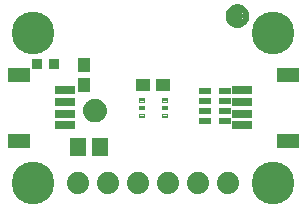
<source format=gbr>
G04 EAGLE Gerber RS-274X export*
G75*
%MOMM*%
%FSLAX34Y34*%
%LPD*%
%INSoldermask Top*%
%IPPOS*%
%AMOC8*
5,1,8,0,0,1.08239X$1,22.5*%
G01*
%ADD10R,1.341600X1.601600*%
%ADD11R,1.176600X1.101600*%
%ADD12R,1.001600X0.551600*%
%ADD13C,1.879600*%
%ADD14C,3.617600*%
%ADD15R,1.651600X0.701600*%
%ADD16R,1.901600X1.301600*%
%ADD17C,1.101600*%
%ADD18C,0.469900*%
%ADD19R,0.901600X0.901600*%
%ADD20C,0.116463*%
%ADD21R,1.101600X1.176600*%


D10*
X62890Y55880D03*
X81890Y55880D03*
D11*
X118500Y107950D03*
X135500Y107950D03*
D12*
X170570Y77170D03*
X187570Y77170D03*
X170570Y86170D03*
X170570Y94170D03*
X170570Y103170D03*
X187570Y103170D03*
X187570Y86170D03*
X187570Y94170D03*
D13*
X63500Y25400D03*
X88900Y25400D03*
X114300Y25400D03*
X139700Y25400D03*
X165100Y25400D03*
X190500Y25400D03*
D14*
X25400Y152400D03*
X228600Y152400D03*
D15*
X202190Y83900D03*
X202190Y93900D03*
X202190Y73900D03*
X202190Y103900D03*
D16*
X241190Y60900D03*
X241190Y116900D03*
D15*
X51810Y93900D03*
X51810Y83900D03*
X51810Y103900D03*
X51810Y73900D03*
D16*
X12810Y116900D03*
X12810Y60900D03*
D17*
X77470Y86360D03*
D18*
X77470Y93860D02*
X77289Y93858D01*
X77108Y93851D01*
X76927Y93840D01*
X76746Y93825D01*
X76566Y93805D01*
X76386Y93781D01*
X76207Y93753D01*
X76029Y93720D01*
X75852Y93683D01*
X75675Y93642D01*
X75500Y93597D01*
X75325Y93547D01*
X75152Y93493D01*
X74981Y93435D01*
X74810Y93373D01*
X74642Y93306D01*
X74475Y93236D01*
X74309Y93162D01*
X74146Y93083D01*
X73985Y93001D01*
X73825Y92915D01*
X73668Y92825D01*
X73513Y92731D01*
X73360Y92634D01*
X73210Y92532D01*
X73062Y92428D01*
X72916Y92319D01*
X72774Y92208D01*
X72634Y92092D01*
X72497Y91974D01*
X72362Y91852D01*
X72231Y91727D01*
X72103Y91599D01*
X71978Y91468D01*
X71856Y91333D01*
X71738Y91196D01*
X71622Y91056D01*
X71511Y90914D01*
X71402Y90768D01*
X71298Y90620D01*
X71196Y90470D01*
X71099Y90317D01*
X71005Y90162D01*
X70915Y90005D01*
X70829Y89845D01*
X70747Y89684D01*
X70668Y89521D01*
X70594Y89355D01*
X70524Y89188D01*
X70457Y89020D01*
X70395Y88849D01*
X70337Y88678D01*
X70283Y88505D01*
X70233Y88330D01*
X70188Y88155D01*
X70147Y87978D01*
X70110Y87801D01*
X70077Y87623D01*
X70049Y87444D01*
X70025Y87264D01*
X70005Y87084D01*
X69990Y86903D01*
X69979Y86722D01*
X69972Y86541D01*
X69970Y86360D01*
X77470Y93860D02*
X77651Y93858D01*
X77832Y93851D01*
X78013Y93840D01*
X78194Y93825D01*
X78374Y93805D01*
X78554Y93781D01*
X78733Y93753D01*
X78911Y93720D01*
X79088Y93683D01*
X79265Y93642D01*
X79440Y93597D01*
X79615Y93547D01*
X79788Y93493D01*
X79959Y93435D01*
X80130Y93373D01*
X80298Y93306D01*
X80465Y93236D01*
X80631Y93162D01*
X80794Y93083D01*
X80955Y93001D01*
X81115Y92915D01*
X81272Y92825D01*
X81427Y92731D01*
X81580Y92634D01*
X81730Y92532D01*
X81878Y92428D01*
X82024Y92319D01*
X82166Y92208D01*
X82306Y92092D01*
X82443Y91974D01*
X82578Y91852D01*
X82709Y91727D01*
X82837Y91599D01*
X82962Y91468D01*
X83084Y91333D01*
X83202Y91196D01*
X83318Y91056D01*
X83429Y90914D01*
X83538Y90768D01*
X83642Y90620D01*
X83744Y90470D01*
X83841Y90317D01*
X83935Y90162D01*
X84025Y90005D01*
X84111Y89845D01*
X84193Y89684D01*
X84272Y89521D01*
X84346Y89355D01*
X84416Y89188D01*
X84483Y89020D01*
X84545Y88849D01*
X84603Y88678D01*
X84657Y88505D01*
X84707Y88330D01*
X84752Y88155D01*
X84793Y87978D01*
X84830Y87801D01*
X84863Y87623D01*
X84891Y87444D01*
X84915Y87264D01*
X84935Y87084D01*
X84950Y86903D01*
X84961Y86722D01*
X84968Y86541D01*
X84970Y86360D01*
X84968Y86179D01*
X84961Y85998D01*
X84950Y85817D01*
X84935Y85636D01*
X84915Y85456D01*
X84891Y85276D01*
X84863Y85097D01*
X84830Y84919D01*
X84793Y84742D01*
X84752Y84565D01*
X84707Y84390D01*
X84657Y84215D01*
X84603Y84042D01*
X84545Y83871D01*
X84483Y83700D01*
X84416Y83532D01*
X84346Y83365D01*
X84272Y83199D01*
X84193Y83036D01*
X84111Y82875D01*
X84025Y82715D01*
X83935Y82558D01*
X83841Y82403D01*
X83744Y82250D01*
X83642Y82100D01*
X83538Y81952D01*
X83429Y81806D01*
X83318Y81664D01*
X83202Y81524D01*
X83084Y81387D01*
X82962Y81252D01*
X82837Y81121D01*
X82709Y80993D01*
X82578Y80868D01*
X82443Y80746D01*
X82306Y80628D01*
X82166Y80512D01*
X82024Y80401D01*
X81878Y80292D01*
X81730Y80188D01*
X81580Y80086D01*
X81427Y79989D01*
X81272Y79895D01*
X81115Y79805D01*
X80955Y79719D01*
X80794Y79637D01*
X80631Y79558D01*
X80465Y79484D01*
X80298Y79414D01*
X80130Y79347D01*
X79959Y79285D01*
X79788Y79227D01*
X79615Y79173D01*
X79440Y79123D01*
X79265Y79078D01*
X79088Y79037D01*
X78911Y79000D01*
X78733Y78967D01*
X78554Y78939D01*
X78374Y78915D01*
X78194Y78895D01*
X78013Y78880D01*
X77832Y78869D01*
X77651Y78862D01*
X77470Y78860D01*
X77289Y78862D01*
X77108Y78869D01*
X76927Y78880D01*
X76746Y78895D01*
X76566Y78915D01*
X76386Y78939D01*
X76207Y78967D01*
X76029Y79000D01*
X75852Y79037D01*
X75675Y79078D01*
X75500Y79123D01*
X75325Y79173D01*
X75152Y79227D01*
X74981Y79285D01*
X74810Y79347D01*
X74642Y79414D01*
X74475Y79484D01*
X74309Y79558D01*
X74146Y79637D01*
X73985Y79719D01*
X73825Y79805D01*
X73668Y79895D01*
X73513Y79989D01*
X73360Y80086D01*
X73210Y80188D01*
X73062Y80292D01*
X72916Y80401D01*
X72774Y80512D01*
X72634Y80628D01*
X72497Y80746D01*
X72362Y80868D01*
X72231Y80993D01*
X72103Y81121D01*
X71978Y81252D01*
X71856Y81387D01*
X71738Y81524D01*
X71622Y81664D01*
X71511Y81806D01*
X71402Y81952D01*
X71298Y82100D01*
X71196Y82250D01*
X71099Y82403D01*
X71005Y82558D01*
X70915Y82715D01*
X70829Y82875D01*
X70747Y83036D01*
X70668Y83199D01*
X70594Y83365D01*
X70524Y83532D01*
X70457Y83700D01*
X70395Y83871D01*
X70337Y84042D01*
X70283Y84215D01*
X70233Y84390D01*
X70188Y84565D01*
X70147Y84742D01*
X70110Y84919D01*
X70077Y85097D01*
X70049Y85276D01*
X70025Y85456D01*
X70005Y85636D01*
X69990Y85817D01*
X69979Y85998D01*
X69972Y86179D01*
X69970Y86360D01*
D17*
X198120Y166370D03*
D18*
X198120Y173870D02*
X197939Y173868D01*
X197758Y173861D01*
X197577Y173850D01*
X197396Y173835D01*
X197216Y173815D01*
X197036Y173791D01*
X196857Y173763D01*
X196679Y173730D01*
X196502Y173693D01*
X196325Y173652D01*
X196150Y173607D01*
X195975Y173557D01*
X195802Y173503D01*
X195631Y173445D01*
X195460Y173383D01*
X195292Y173316D01*
X195125Y173246D01*
X194959Y173172D01*
X194796Y173093D01*
X194635Y173011D01*
X194475Y172925D01*
X194318Y172835D01*
X194163Y172741D01*
X194010Y172644D01*
X193860Y172542D01*
X193712Y172438D01*
X193566Y172329D01*
X193424Y172218D01*
X193284Y172102D01*
X193147Y171984D01*
X193012Y171862D01*
X192881Y171737D01*
X192753Y171609D01*
X192628Y171478D01*
X192506Y171343D01*
X192388Y171206D01*
X192272Y171066D01*
X192161Y170924D01*
X192052Y170778D01*
X191948Y170630D01*
X191846Y170480D01*
X191749Y170327D01*
X191655Y170172D01*
X191565Y170015D01*
X191479Y169855D01*
X191397Y169694D01*
X191318Y169531D01*
X191244Y169365D01*
X191174Y169198D01*
X191107Y169030D01*
X191045Y168859D01*
X190987Y168688D01*
X190933Y168515D01*
X190883Y168340D01*
X190838Y168165D01*
X190797Y167988D01*
X190760Y167811D01*
X190727Y167633D01*
X190699Y167454D01*
X190675Y167274D01*
X190655Y167094D01*
X190640Y166913D01*
X190629Y166732D01*
X190622Y166551D01*
X190620Y166370D01*
X198120Y173870D02*
X198301Y173868D01*
X198482Y173861D01*
X198663Y173850D01*
X198844Y173835D01*
X199024Y173815D01*
X199204Y173791D01*
X199383Y173763D01*
X199561Y173730D01*
X199738Y173693D01*
X199915Y173652D01*
X200090Y173607D01*
X200265Y173557D01*
X200438Y173503D01*
X200609Y173445D01*
X200780Y173383D01*
X200948Y173316D01*
X201115Y173246D01*
X201281Y173172D01*
X201444Y173093D01*
X201605Y173011D01*
X201765Y172925D01*
X201922Y172835D01*
X202077Y172741D01*
X202230Y172644D01*
X202380Y172542D01*
X202528Y172438D01*
X202674Y172329D01*
X202816Y172218D01*
X202956Y172102D01*
X203093Y171984D01*
X203228Y171862D01*
X203359Y171737D01*
X203487Y171609D01*
X203612Y171478D01*
X203734Y171343D01*
X203852Y171206D01*
X203968Y171066D01*
X204079Y170924D01*
X204188Y170778D01*
X204292Y170630D01*
X204394Y170480D01*
X204491Y170327D01*
X204585Y170172D01*
X204675Y170015D01*
X204761Y169855D01*
X204843Y169694D01*
X204922Y169531D01*
X204996Y169365D01*
X205066Y169198D01*
X205133Y169030D01*
X205195Y168859D01*
X205253Y168688D01*
X205307Y168515D01*
X205357Y168340D01*
X205402Y168165D01*
X205443Y167988D01*
X205480Y167811D01*
X205513Y167633D01*
X205541Y167454D01*
X205565Y167274D01*
X205585Y167094D01*
X205600Y166913D01*
X205611Y166732D01*
X205618Y166551D01*
X205620Y166370D01*
X205618Y166189D01*
X205611Y166008D01*
X205600Y165827D01*
X205585Y165646D01*
X205565Y165466D01*
X205541Y165286D01*
X205513Y165107D01*
X205480Y164929D01*
X205443Y164752D01*
X205402Y164575D01*
X205357Y164400D01*
X205307Y164225D01*
X205253Y164052D01*
X205195Y163881D01*
X205133Y163710D01*
X205066Y163542D01*
X204996Y163375D01*
X204922Y163209D01*
X204843Y163046D01*
X204761Y162885D01*
X204675Y162725D01*
X204585Y162568D01*
X204491Y162413D01*
X204394Y162260D01*
X204292Y162110D01*
X204188Y161962D01*
X204079Y161816D01*
X203968Y161674D01*
X203852Y161534D01*
X203734Y161397D01*
X203612Y161262D01*
X203487Y161131D01*
X203359Y161003D01*
X203228Y160878D01*
X203093Y160756D01*
X202956Y160638D01*
X202816Y160522D01*
X202674Y160411D01*
X202528Y160302D01*
X202380Y160198D01*
X202230Y160096D01*
X202077Y159999D01*
X201922Y159905D01*
X201765Y159815D01*
X201605Y159729D01*
X201444Y159647D01*
X201281Y159568D01*
X201115Y159494D01*
X200948Y159424D01*
X200780Y159357D01*
X200609Y159295D01*
X200438Y159237D01*
X200265Y159183D01*
X200090Y159133D01*
X199915Y159088D01*
X199738Y159047D01*
X199561Y159010D01*
X199383Y158977D01*
X199204Y158949D01*
X199024Y158925D01*
X198844Y158905D01*
X198663Y158890D01*
X198482Y158879D01*
X198301Y158872D01*
X198120Y158870D01*
X197939Y158872D01*
X197758Y158879D01*
X197577Y158890D01*
X197396Y158905D01*
X197216Y158925D01*
X197036Y158949D01*
X196857Y158977D01*
X196679Y159010D01*
X196502Y159047D01*
X196325Y159088D01*
X196150Y159133D01*
X195975Y159183D01*
X195802Y159237D01*
X195631Y159295D01*
X195460Y159357D01*
X195292Y159424D01*
X195125Y159494D01*
X194959Y159568D01*
X194796Y159647D01*
X194635Y159729D01*
X194475Y159815D01*
X194318Y159905D01*
X194163Y159999D01*
X194010Y160096D01*
X193860Y160198D01*
X193712Y160302D01*
X193566Y160411D01*
X193424Y160522D01*
X193284Y160638D01*
X193147Y160756D01*
X193012Y160878D01*
X192881Y161003D01*
X192753Y161131D01*
X192628Y161262D01*
X192506Y161397D01*
X192388Y161534D01*
X192272Y161674D01*
X192161Y161816D01*
X192052Y161962D01*
X191948Y162110D01*
X191846Y162260D01*
X191749Y162413D01*
X191655Y162568D01*
X191565Y162725D01*
X191479Y162885D01*
X191397Y163046D01*
X191318Y163209D01*
X191244Y163375D01*
X191174Y163542D01*
X191107Y163710D01*
X191045Y163881D01*
X190987Y164052D01*
X190933Y164225D01*
X190883Y164400D01*
X190838Y164575D01*
X190797Y164752D01*
X190760Y164929D01*
X190727Y165107D01*
X190699Y165286D01*
X190675Y165466D01*
X190655Y165646D01*
X190640Y165827D01*
X190629Y166008D01*
X190622Y166189D01*
X190620Y166370D01*
D14*
X25400Y25400D03*
X228600Y25400D03*
D19*
X28060Y125730D03*
X43060Y125730D03*
D20*
X134574Y83826D02*
X134574Y80974D01*
X134574Y83826D02*
X138926Y83826D01*
X138926Y80974D01*
X134574Y80974D01*
X134574Y82081D02*
X138926Y82081D01*
X138926Y83188D02*
X134574Y83188D01*
X134574Y87474D02*
X134574Y90326D01*
X138926Y90326D01*
X138926Y87474D01*
X134574Y87474D01*
X134574Y88581D02*
X138926Y88581D01*
X138926Y89688D02*
X134574Y89688D01*
X134574Y93974D02*
X134574Y96826D01*
X138926Y96826D01*
X138926Y93974D01*
X134574Y93974D01*
X134574Y95081D02*
X138926Y95081D01*
X138926Y96188D02*
X134574Y96188D01*
X115074Y83826D02*
X115074Y80974D01*
X115074Y83826D02*
X119426Y83826D01*
X119426Y80974D01*
X115074Y80974D01*
X115074Y82081D02*
X119426Y82081D01*
X119426Y83188D02*
X115074Y83188D01*
X115074Y87474D02*
X115074Y90326D01*
X119426Y90326D01*
X119426Y87474D01*
X115074Y87474D01*
X115074Y88581D02*
X119426Y88581D01*
X119426Y89688D02*
X115074Y89688D01*
X115074Y93974D02*
X115074Y96826D01*
X119426Y96826D01*
X119426Y93974D01*
X115074Y93974D01*
X115074Y95081D02*
X119426Y95081D01*
X119426Y96188D02*
X115074Y96188D01*
D21*
X68580Y125340D03*
X68580Y108340D03*
M02*

</source>
